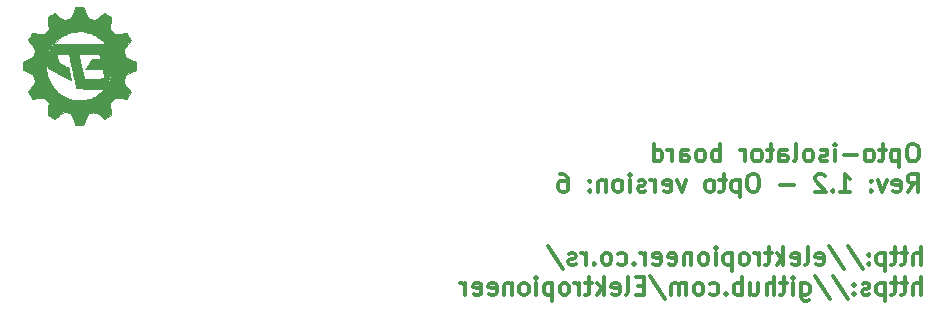
<source format=gbo>
G04 #@! TF.FileFunction,Legend,Bot*
%FSLAX46Y46*%
G04 Gerber Fmt 4.6, Leading zero omitted, Abs format (unit mm)*
G04 Created by KiCad (PCBNEW 4.0.6+dfsg1-1) date Mon Feb 26 20:00:46 2018*
%MOMM*%
%LPD*%
G01*
G04 APERTURE LIST*
%ADD10C,0.100000*%
%ADD11C,0.300000*%
%ADD12C,0.010000*%
G04 APERTURE END LIST*
D10*
D11*
X83994017Y10498189D02*
X83994017Y11998189D01*
X83351160Y10498189D02*
X83351160Y11283903D01*
X83422589Y11426760D01*
X83565446Y11498189D01*
X83779731Y11498189D01*
X83922589Y11426760D01*
X83994017Y11355331D01*
X82851160Y11498189D02*
X82279731Y11498189D01*
X82636874Y11998189D02*
X82636874Y10712474D01*
X82565446Y10569617D01*
X82422588Y10498189D01*
X82279731Y10498189D01*
X81994017Y11498189D02*
X81422588Y11498189D01*
X81779731Y11998189D02*
X81779731Y10712474D01*
X81708303Y10569617D01*
X81565445Y10498189D01*
X81422588Y10498189D01*
X80922588Y11498189D02*
X80922588Y9998189D01*
X80922588Y11426760D02*
X80779731Y11498189D01*
X80494017Y11498189D01*
X80351160Y11426760D01*
X80279731Y11355331D01*
X80208302Y11212474D01*
X80208302Y10783903D01*
X80279731Y10641046D01*
X80351160Y10569617D01*
X80494017Y10498189D01*
X80779731Y10498189D01*
X80922588Y10569617D01*
X79565445Y10641046D02*
X79494017Y10569617D01*
X79565445Y10498189D01*
X79636874Y10569617D01*
X79565445Y10641046D01*
X79565445Y10498189D01*
X79565445Y11426760D02*
X79494017Y11355331D01*
X79565445Y11283903D01*
X79636874Y11355331D01*
X79565445Y11426760D01*
X79565445Y11283903D01*
X77779731Y12069617D02*
X79065445Y10141046D01*
X76208302Y12069617D02*
X77494016Y10141046D01*
X75136873Y10569617D02*
X75279730Y10498189D01*
X75565444Y10498189D01*
X75708301Y10569617D01*
X75779730Y10712474D01*
X75779730Y11283903D01*
X75708301Y11426760D01*
X75565444Y11498189D01*
X75279730Y11498189D01*
X75136873Y11426760D01*
X75065444Y11283903D01*
X75065444Y11141046D01*
X75779730Y10998189D01*
X74208301Y10498189D02*
X74351159Y10569617D01*
X74422587Y10712474D01*
X74422587Y11998189D01*
X73065445Y10569617D02*
X73208302Y10498189D01*
X73494016Y10498189D01*
X73636873Y10569617D01*
X73708302Y10712474D01*
X73708302Y11283903D01*
X73636873Y11426760D01*
X73494016Y11498189D01*
X73208302Y11498189D01*
X73065445Y11426760D01*
X72994016Y11283903D01*
X72994016Y11141046D01*
X73708302Y10998189D01*
X72351159Y10498189D02*
X72351159Y11998189D01*
X72208302Y11069617D02*
X71779731Y10498189D01*
X71779731Y11498189D02*
X72351159Y10926760D01*
X71351159Y11498189D02*
X70779730Y11498189D01*
X71136873Y11998189D02*
X71136873Y10712474D01*
X71065445Y10569617D01*
X70922587Y10498189D01*
X70779730Y10498189D01*
X70279730Y10498189D02*
X70279730Y11498189D01*
X70279730Y11212474D02*
X70208302Y11355331D01*
X70136873Y11426760D01*
X69994016Y11498189D01*
X69851159Y11498189D01*
X69136873Y10498189D02*
X69279731Y10569617D01*
X69351159Y10641046D01*
X69422588Y10783903D01*
X69422588Y11212474D01*
X69351159Y11355331D01*
X69279731Y11426760D01*
X69136873Y11498189D01*
X68922588Y11498189D01*
X68779731Y11426760D01*
X68708302Y11355331D01*
X68636873Y11212474D01*
X68636873Y10783903D01*
X68708302Y10641046D01*
X68779731Y10569617D01*
X68922588Y10498189D01*
X69136873Y10498189D01*
X67994016Y11498189D02*
X67994016Y9998189D01*
X67994016Y11426760D02*
X67851159Y11498189D01*
X67565445Y11498189D01*
X67422588Y11426760D01*
X67351159Y11355331D01*
X67279730Y11212474D01*
X67279730Y10783903D01*
X67351159Y10641046D01*
X67422588Y10569617D01*
X67565445Y10498189D01*
X67851159Y10498189D01*
X67994016Y10569617D01*
X66636873Y10498189D02*
X66636873Y11498189D01*
X66636873Y11998189D02*
X66708302Y11926760D01*
X66636873Y11855331D01*
X66565445Y11926760D01*
X66636873Y11998189D01*
X66636873Y11855331D01*
X65708301Y10498189D02*
X65851159Y10569617D01*
X65922587Y10641046D01*
X65994016Y10783903D01*
X65994016Y11212474D01*
X65922587Y11355331D01*
X65851159Y11426760D01*
X65708301Y11498189D01*
X65494016Y11498189D01*
X65351159Y11426760D01*
X65279730Y11355331D01*
X65208301Y11212474D01*
X65208301Y10783903D01*
X65279730Y10641046D01*
X65351159Y10569617D01*
X65494016Y10498189D01*
X65708301Y10498189D01*
X64565444Y11498189D02*
X64565444Y10498189D01*
X64565444Y11355331D02*
X64494016Y11426760D01*
X64351158Y11498189D01*
X64136873Y11498189D01*
X63994016Y11426760D01*
X63922587Y11283903D01*
X63922587Y10498189D01*
X62636873Y10569617D02*
X62779730Y10498189D01*
X63065444Y10498189D01*
X63208301Y10569617D01*
X63279730Y10712474D01*
X63279730Y11283903D01*
X63208301Y11426760D01*
X63065444Y11498189D01*
X62779730Y11498189D01*
X62636873Y11426760D01*
X62565444Y11283903D01*
X62565444Y11141046D01*
X63279730Y10998189D01*
X61351159Y10569617D02*
X61494016Y10498189D01*
X61779730Y10498189D01*
X61922587Y10569617D01*
X61994016Y10712474D01*
X61994016Y11283903D01*
X61922587Y11426760D01*
X61779730Y11498189D01*
X61494016Y11498189D01*
X61351159Y11426760D01*
X61279730Y11283903D01*
X61279730Y11141046D01*
X61994016Y10998189D01*
X60636873Y10498189D02*
X60636873Y11498189D01*
X60636873Y11212474D02*
X60565445Y11355331D01*
X60494016Y11426760D01*
X60351159Y11498189D01*
X60208302Y11498189D01*
X59708302Y10641046D02*
X59636874Y10569617D01*
X59708302Y10498189D01*
X59779731Y10569617D01*
X59708302Y10641046D01*
X59708302Y10498189D01*
X58351159Y10569617D02*
X58494016Y10498189D01*
X58779730Y10498189D01*
X58922588Y10569617D01*
X58994016Y10641046D01*
X59065445Y10783903D01*
X59065445Y11212474D01*
X58994016Y11355331D01*
X58922588Y11426760D01*
X58779730Y11498189D01*
X58494016Y11498189D01*
X58351159Y11426760D01*
X57494016Y10498189D02*
X57636874Y10569617D01*
X57708302Y10641046D01*
X57779731Y10783903D01*
X57779731Y11212474D01*
X57708302Y11355331D01*
X57636874Y11426760D01*
X57494016Y11498189D01*
X57279731Y11498189D01*
X57136874Y11426760D01*
X57065445Y11355331D01*
X56994016Y11212474D01*
X56994016Y10783903D01*
X57065445Y10641046D01*
X57136874Y10569617D01*
X57279731Y10498189D01*
X57494016Y10498189D01*
X56351159Y10641046D02*
X56279731Y10569617D01*
X56351159Y10498189D01*
X56422588Y10569617D01*
X56351159Y10641046D01*
X56351159Y10498189D01*
X55636873Y10498189D02*
X55636873Y11498189D01*
X55636873Y11212474D02*
X55565445Y11355331D01*
X55494016Y11426760D01*
X55351159Y11498189D01*
X55208302Y11498189D01*
X54779731Y10569617D02*
X54636874Y10498189D01*
X54351159Y10498189D01*
X54208302Y10569617D01*
X54136874Y10712474D01*
X54136874Y10783903D01*
X54208302Y10926760D01*
X54351159Y10998189D01*
X54565445Y10998189D01*
X54708302Y11069617D01*
X54779731Y11212474D01*
X54779731Y11283903D01*
X54708302Y11426760D01*
X54565445Y11498189D01*
X54351159Y11498189D01*
X54208302Y11426760D01*
X52422588Y12069617D02*
X53708302Y10141046D01*
X83994017Y7948189D02*
X83994017Y9448189D01*
X83351160Y7948189D02*
X83351160Y8733903D01*
X83422589Y8876760D01*
X83565446Y8948189D01*
X83779731Y8948189D01*
X83922589Y8876760D01*
X83994017Y8805331D01*
X82851160Y8948189D02*
X82279731Y8948189D01*
X82636874Y9448189D02*
X82636874Y8162474D01*
X82565446Y8019617D01*
X82422588Y7948189D01*
X82279731Y7948189D01*
X81994017Y8948189D02*
X81422588Y8948189D01*
X81779731Y9448189D02*
X81779731Y8162474D01*
X81708303Y8019617D01*
X81565445Y7948189D01*
X81422588Y7948189D01*
X80922588Y8948189D02*
X80922588Y7448189D01*
X80922588Y8876760D02*
X80779731Y8948189D01*
X80494017Y8948189D01*
X80351160Y8876760D01*
X80279731Y8805331D01*
X80208302Y8662474D01*
X80208302Y8233903D01*
X80279731Y8091046D01*
X80351160Y8019617D01*
X80494017Y7948189D01*
X80779731Y7948189D01*
X80922588Y8019617D01*
X79636874Y8019617D02*
X79494017Y7948189D01*
X79208302Y7948189D01*
X79065445Y8019617D01*
X78994017Y8162474D01*
X78994017Y8233903D01*
X79065445Y8376760D01*
X79208302Y8448189D01*
X79422588Y8448189D01*
X79565445Y8519617D01*
X79636874Y8662474D01*
X79636874Y8733903D01*
X79565445Y8876760D01*
X79422588Y8948189D01*
X79208302Y8948189D01*
X79065445Y8876760D01*
X78351159Y8091046D02*
X78279731Y8019617D01*
X78351159Y7948189D01*
X78422588Y8019617D01*
X78351159Y8091046D01*
X78351159Y7948189D01*
X78351159Y8876760D02*
X78279731Y8805331D01*
X78351159Y8733903D01*
X78422588Y8805331D01*
X78351159Y8876760D01*
X78351159Y8733903D01*
X76565445Y9519617D02*
X77851159Y7591046D01*
X74994016Y9519617D02*
X76279730Y7591046D01*
X73851158Y8948189D02*
X73851158Y7733903D01*
X73922587Y7591046D01*
X73994015Y7519617D01*
X74136872Y7448189D01*
X74351158Y7448189D01*
X74494015Y7519617D01*
X73851158Y8019617D02*
X73994015Y7948189D01*
X74279729Y7948189D01*
X74422587Y8019617D01*
X74494015Y8091046D01*
X74565444Y8233903D01*
X74565444Y8662474D01*
X74494015Y8805331D01*
X74422587Y8876760D01*
X74279729Y8948189D01*
X73994015Y8948189D01*
X73851158Y8876760D01*
X73136872Y7948189D02*
X73136872Y8948189D01*
X73136872Y9448189D02*
X73208301Y9376760D01*
X73136872Y9305331D01*
X73065444Y9376760D01*
X73136872Y9448189D01*
X73136872Y9305331D01*
X72636872Y8948189D02*
X72065443Y8948189D01*
X72422586Y9448189D02*
X72422586Y8162474D01*
X72351158Y8019617D01*
X72208300Y7948189D01*
X72065443Y7948189D01*
X71565443Y7948189D02*
X71565443Y9448189D01*
X70922586Y7948189D02*
X70922586Y8733903D01*
X70994015Y8876760D01*
X71136872Y8948189D01*
X71351157Y8948189D01*
X71494015Y8876760D01*
X71565443Y8805331D01*
X69565443Y8948189D02*
X69565443Y7948189D01*
X70208300Y8948189D02*
X70208300Y8162474D01*
X70136872Y8019617D01*
X69994014Y7948189D01*
X69779729Y7948189D01*
X69636872Y8019617D01*
X69565443Y8091046D01*
X68851157Y7948189D02*
X68851157Y9448189D01*
X68851157Y8876760D02*
X68708300Y8948189D01*
X68422586Y8948189D01*
X68279729Y8876760D01*
X68208300Y8805331D01*
X68136871Y8662474D01*
X68136871Y8233903D01*
X68208300Y8091046D01*
X68279729Y8019617D01*
X68422586Y7948189D01*
X68708300Y7948189D01*
X68851157Y8019617D01*
X67494014Y8091046D02*
X67422586Y8019617D01*
X67494014Y7948189D01*
X67565443Y8019617D01*
X67494014Y8091046D01*
X67494014Y7948189D01*
X66136871Y8019617D02*
X66279728Y7948189D01*
X66565442Y7948189D01*
X66708300Y8019617D01*
X66779728Y8091046D01*
X66851157Y8233903D01*
X66851157Y8662474D01*
X66779728Y8805331D01*
X66708300Y8876760D01*
X66565442Y8948189D01*
X66279728Y8948189D01*
X66136871Y8876760D01*
X65279728Y7948189D02*
X65422586Y8019617D01*
X65494014Y8091046D01*
X65565443Y8233903D01*
X65565443Y8662474D01*
X65494014Y8805331D01*
X65422586Y8876760D01*
X65279728Y8948189D01*
X65065443Y8948189D01*
X64922586Y8876760D01*
X64851157Y8805331D01*
X64779728Y8662474D01*
X64779728Y8233903D01*
X64851157Y8091046D01*
X64922586Y8019617D01*
X65065443Y7948189D01*
X65279728Y7948189D01*
X64136871Y7948189D02*
X64136871Y8948189D01*
X64136871Y8805331D02*
X64065443Y8876760D01*
X63922585Y8948189D01*
X63708300Y8948189D01*
X63565443Y8876760D01*
X63494014Y8733903D01*
X63494014Y7948189D01*
X63494014Y8733903D02*
X63422585Y8876760D01*
X63279728Y8948189D01*
X63065443Y8948189D01*
X62922585Y8876760D01*
X62851157Y8733903D01*
X62851157Y7948189D01*
X61065443Y9519617D02*
X62351157Y7591046D01*
X60565442Y8733903D02*
X60065442Y8733903D01*
X59851156Y7948189D02*
X60565442Y7948189D01*
X60565442Y9448189D01*
X59851156Y9448189D01*
X58994013Y7948189D02*
X59136871Y8019617D01*
X59208299Y8162474D01*
X59208299Y9448189D01*
X57851157Y8019617D02*
X57994014Y7948189D01*
X58279728Y7948189D01*
X58422585Y8019617D01*
X58494014Y8162474D01*
X58494014Y8733903D01*
X58422585Y8876760D01*
X58279728Y8948189D01*
X57994014Y8948189D01*
X57851157Y8876760D01*
X57779728Y8733903D01*
X57779728Y8591046D01*
X58494014Y8448189D01*
X57136871Y7948189D02*
X57136871Y9448189D01*
X56994014Y8519617D02*
X56565443Y7948189D01*
X56565443Y8948189D02*
X57136871Y8376760D01*
X56136871Y8948189D02*
X55565442Y8948189D01*
X55922585Y9448189D02*
X55922585Y8162474D01*
X55851157Y8019617D01*
X55708299Y7948189D01*
X55565442Y7948189D01*
X55065442Y7948189D02*
X55065442Y8948189D01*
X55065442Y8662474D02*
X54994014Y8805331D01*
X54922585Y8876760D01*
X54779728Y8948189D01*
X54636871Y8948189D01*
X53922585Y7948189D02*
X54065443Y8019617D01*
X54136871Y8091046D01*
X54208300Y8233903D01*
X54208300Y8662474D01*
X54136871Y8805331D01*
X54065443Y8876760D01*
X53922585Y8948189D01*
X53708300Y8948189D01*
X53565443Y8876760D01*
X53494014Y8805331D01*
X53422585Y8662474D01*
X53422585Y8233903D01*
X53494014Y8091046D01*
X53565443Y8019617D01*
X53708300Y7948189D01*
X53922585Y7948189D01*
X52779728Y8948189D02*
X52779728Y7448189D01*
X52779728Y8876760D02*
X52636871Y8948189D01*
X52351157Y8948189D01*
X52208300Y8876760D01*
X52136871Y8805331D01*
X52065442Y8662474D01*
X52065442Y8233903D01*
X52136871Y8091046D01*
X52208300Y8019617D01*
X52351157Y7948189D01*
X52636871Y7948189D01*
X52779728Y8019617D01*
X51422585Y7948189D02*
X51422585Y8948189D01*
X51422585Y9448189D02*
X51494014Y9376760D01*
X51422585Y9305331D01*
X51351157Y9376760D01*
X51422585Y9448189D01*
X51422585Y9305331D01*
X50494013Y7948189D02*
X50636871Y8019617D01*
X50708299Y8091046D01*
X50779728Y8233903D01*
X50779728Y8662474D01*
X50708299Y8805331D01*
X50636871Y8876760D01*
X50494013Y8948189D01*
X50279728Y8948189D01*
X50136871Y8876760D01*
X50065442Y8805331D01*
X49994013Y8662474D01*
X49994013Y8233903D01*
X50065442Y8091046D01*
X50136871Y8019617D01*
X50279728Y7948189D01*
X50494013Y7948189D01*
X49351156Y8948189D02*
X49351156Y7948189D01*
X49351156Y8805331D02*
X49279728Y8876760D01*
X49136870Y8948189D01*
X48922585Y8948189D01*
X48779728Y8876760D01*
X48708299Y8733903D01*
X48708299Y7948189D01*
X47422585Y8019617D02*
X47565442Y7948189D01*
X47851156Y7948189D01*
X47994013Y8019617D01*
X48065442Y8162474D01*
X48065442Y8733903D01*
X47994013Y8876760D01*
X47851156Y8948189D01*
X47565442Y8948189D01*
X47422585Y8876760D01*
X47351156Y8733903D01*
X47351156Y8591046D01*
X48065442Y8448189D01*
X46136871Y8019617D02*
X46279728Y7948189D01*
X46565442Y7948189D01*
X46708299Y8019617D01*
X46779728Y8162474D01*
X46779728Y8733903D01*
X46708299Y8876760D01*
X46565442Y8948189D01*
X46279728Y8948189D01*
X46136871Y8876760D01*
X46065442Y8733903D01*
X46065442Y8591046D01*
X46779728Y8448189D01*
X45422585Y7948189D02*
X45422585Y8948189D01*
X45422585Y8662474D02*
X45351157Y8805331D01*
X45279728Y8876760D01*
X45136871Y8948189D01*
X44994014Y8948189D01*
X83441303Y20750189D02*
X83155589Y20750189D01*
X83012731Y20678760D01*
X82869874Y20535903D01*
X82798446Y20250189D01*
X82798446Y19750189D01*
X82869874Y19464474D01*
X83012731Y19321617D01*
X83155589Y19250189D01*
X83441303Y19250189D01*
X83584160Y19321617D01*
X83727017Y19464474D01*
X83798446Y19750189D01*
X83798446Y20250189D01*
X83727017Y20535903D01*
X83584160Y20678760D01*
X83441303Y20750189D01*
X82155588Y20250189D02*
X82155588Y18750189D01*
X82155588Y20178760D02*
X82012731Y20250189D01*
X81727017Y20250189D01*
X81584160Y20178760D01*
X81512731Y20107331D01*
X81441302Y19964474D01*
X81441302Y19535903D01*
X81512731Y19393046D01*
X81584160Y19321617D01*
X81727017Y19250189D01*
X82012731Y19250189D01*
X82155588Y19321617D01*
X81012731Y20250189D02*
X80441302Y20250189D01*
X80798445Y20750189D02*
X80798445Y19464474D01*
X80727017Y19321617D01*
X80584159Y19250189D01*
X80441302Y19250189D01*
X79727016Y19250189D02*
X79869874Y19321617D01*
X79941302Y19393046D01*
X80012731Y19535903D01*
X80012731Y19964474D01*
X79941302Y20107331D01*
X79869874Y20178760D01*
X79727016Y20250189D01*
X79512731Y20250189D01*
X79369874Y20178760D01*
X79298445Y20107331D01*
X79227016Y19964474D01*
X79227016Y19535903D01*
X79298445Y19393046D01*
X79369874Y19321617D01*
X79512731Y19250189D01*
X79727016Y19250189D01*
X78584159Y19821617D02*
X77441302Y19821617D01*
X76727016Y19250189D02*
X76727016Y20250189D01*
X76727016Y20750189D02*
X76798445Y20678760D01*
X76727016Y20607331D01*
X76655588Y20678760D01*
X76727016Y20750189D01*
X76727016Y20607331D01*
X76084159Y19321617D02*
X75941302Y19250189D01*
X75655587Y19250189D01*
X75512730Y19321617D01*
X75441302Y19464474D01*
X75441302Y19535903D01*
X75512730Y19678760D01*
X75655587Y19750189D01*
X75869873Y19750189D01*
X76012730Y19821617D01*
X76084159Y19964474D01*
X76084159Y20035903D01*
X76012730Y20178760D01*
X75869873Y20250189D01*
X75655587Y20250189D01*
X75512730Y20178760D01*
X74584158Y19250189D02*
X74727016Y19321617D01*
X74798444Y19393046D01*
X74869873Y19535903D01*
X74869873Y19964474D01*
X74798444Y20107331D01*
X74727016Y20178760D01*
X74584158Y20250189D01*
X74369873Y20250189D01*
X74227016Y20178760D01*
X74155587Y20107331D01*
X74084158Y19964474D01*
X74084158Y19535903D01*
X74155587Y19393046D01*
X74227016Y19321617D01*
X74369873Y19250189D01*
X74584158Y19250189D01*
X73227015Y19250189D02*
X73369873Y19321617D01*
X73441301Y19464474D01*
X73441301Y20750189D01*
X72012730Y19250189D02*
X72012730Y20035903D01*
X72084159Y20178760D01*
X72227016Y20250189D01*
X72512730Y20250189D01*
X72655587Y20178760D01*
X72012730Y19321617D02*
X72155587Y19250189D01*
X72512730Y19250189D01*
X72655587Y19321617D01*
X72727016Y19464474D01*
X72727016Y19607331D01*
X72655587Y19750189D01*
X72512730Y19821617D01*
X72155587Y19821617D01*
X72012730Y19893046D01*
X71512730Y20250189D02*
X70941301Y20250189D01*
X71298444Y20750189D02*
X71298444Y19464474D01*
X71227016Y19321617D01*
X71084158Y19250189D01*
X70941301Y19250189D01*
X70227015Y19250189D02*
X70369873Y19321617D01*
X70441301Y19393046D01*
X70512730Y19535903D01*
X70512730Y19964474D01*
X70441301Y20107331D01*
X70369873Y20178760D01*
X70227015Y20250189D01*
X70012730Y20250189D01*
X69869873Y20178760D01*
X69798444Y20107331D01*
X69727015Y19964474D01*
X69727015Y19535903D01*
X69798444Y19393046D01*
X69869873Y19321617D01*
X70012730Y19250189D01*
X70227015Y19250189D01*
X69084158Y19250189D02*
X69084158Y20250189D01*
X69084158Y19964474D02*
X69012730Y20107331D01*
X68941301Y20178760D01*
X68798444Y20250189D01*
X68655587Y20250189D01*
X67012730Y19250189D02*
X67012730Y20750189D01*
X67012730Y20178760D02*
X66869873Y20250189D01*
X66584159Y20250189D01*
X66441302Y20178760D01*
X66369873Y20107331D01*
X66298444Y19964474D01*
X66298444Y19535903D01*
X66369873Y19393046D01*
X66441302Y19321617D01*
X66584159Y19250189D01*
X66869873Y19250189D01*
X67012730Y19321617D01*
X65441301Y19250189D02*
X65584159Y19321617D01*
X65655587Y19393046D01*
X65727016Y19535903D01*
X65727016Y19964474D01*
X65655587Y20107331D01*
X65584159Y20178760D01*
X65441301Y20250189D01*
X65227016Y20250189D01*
X65084159Y20178760D01*
X65012730Y20107331D01*
X64941301Y19964474D01*
X64941301Y19535903D01*
X65012730Y19393046D01*
X65084159Y19321617D01*
X65227016Y19250189D01*
X65441301Y19250189D01*
X63655587Y19250189D02*
X63655587Y20035903D01*
X63727016Y20178760D01*
X63869873Y20250189D01*
X64155587Y20250189D01*
X64298444Y20178760D01*
X63655587Y19321617D02*
X63798444Y19250189D01*
X64155587Y19250189D01*
X64298444Y19321617D01*
X64369873Y19464474D01*
X64369873Y19607331D01*
X64298444Y19750189D01*
X64155587Y19821617D01*
X63798444Y19821617D01*
X63655587Y19893046D01*
X62941301Y19250189D02*
X62941301Y20250189D01*
X62941301Y19964474D02*
X62869873Y20107331D01*
X62798444Y20178760D01*
X62655587Y20250189D01*
X62512730Y20250189D01*
X61369873Y19250189D02*
X61369873Y20750189D01*
X61369873Y19321617D02*
X61512730Y19250189D01*
X61798444Y19250189D01*
X61941302Y19321617D01*
X62012730Y19393046D01*
X62084159Y19535903D01*
X62084159Y19964474D01*
X62012730Y20107331D01*
X61941302Y20178760D01*
X61798444Y20250189D01*
X61512730Y20250189D01*
X61369873Y20178760D01*
X82869874Y16700189D02*
X83369874Y17414474D01*
X83727017Y16700189D02*
X83727017Y18200189D01*
X83155589Y18200189D01*
X83012731Y18128760D01*
X82941303Y18057331D01*
X82869874Y17914474D01*
X82869874Y17700189D01*
X82941303Y17557331D01*
X83012731Y17485903D01*
X83155589Y17414474D01*
X83727017Y17414474D01*
X81655589Y16771617D02*
X81798446Y16700189D01*
X82084160Y16700189D01*
X82227017Y16771617D01*
X82298446Y16914474D01*
X82298446Y17485903D01*
X82227017Y17628760D01*
X82084160Y17700189D01*
X81798446Y17700189D01*
X81655589Y17628760D01*
X81584160Y17485903D01*
X81584160Y17343046D01*
X82298446Y17200189D01*
X81084160Y17700189D02*
X80727017Y16700189D01*
X80369875Y17700189D01*
X79798446Y16843046D02*
X79727018Y16771617D01*
X79798446Y16700189D01*
X79869875Y16771617D01*
X79798446Y16843046D01*
X79798446Y16700189D01*
X79798446Y17628760D02*
X79727018Y17557331D01*
X79798446Y17485903D01*
X79869875Y17557331D01*
X79798446Y17628760D01*
X79798446Y17485903D01*
X77155589Y16700189D02*
X78012732Y16700189D01*
X77584160Y16700189D02*
X77584160Y18200189D01*
X77727017Y17985903D01*
X77869875Y17843046D01*
X78012732Y17771617D01*
X76512732Y16843046D02*
X76441304Y16771617D01*
X76512732Y16700189D01*
X76584161Y16771617D01*
X76512732Y16843046D01*
X76512732Y16700189D01*
X75869875Y18057331D02*
X75798446Y18128760D01*
X75655589Y18200189D01*
X75298446Y18200189D01*
X75155589Y18128760D01*
X75084160Y18057331D01*
X75012732Y17914474D01*
X75012732Y17771617D01*
X75084160Y17557331D01*
X75941303Y16700189D01*
X75012732Y16700189D01*
X73227018Y17271617D02*
X72084161Y17271617D01*
X69941304Y18200189D02*
X69655590Y18200189D01*
X69512732Y18128760D01*
X69369875Y17985903D01*
X69298447Y17700189D01*
X69298447Y17200189D01*
X69369875Y16914474D01*
X69512732Y16771617D01*
X69655590Y16700189D01*
X69941304Y16700189D01*
X70084161Y16771617D01*
X70227018Y16914474D01*
X70298447Y17200189D01*
X70298447Y17700189D01*
X70227018Y17985903D01*
X70084161Y18128760D01*
X69941304Y18200189D01*
X68655589Y17700189D02*
X68655589Y16200189D01*
X68655589Y17628760D02*
X68512732Y17700189D01*
X68227018Y17700189D01*
X68084161Y17628760D01*
X68012732Y17557331D01*
X67941303Y17414474D01*
X67941303Y16985903D01*
X68012732Y16843046D01*
X68084161Y16771617D01*
X68227018Y16700189D01*
X68512732Y16700189D01*
X68655589Y16771617D01*
X67512732Y17700189D02*
X66941303Y17700189D01*
X67298446Y18200189D02*
X67298446Y16914474D01*
X67227018Y16771617D01*
X67084160Y16700189D01*
X66941303Y16700189D01*
X66227017Y16700189D02*
X66369875Y16771617D01*
X66441303Y16843046D01*
X66512732Y16985903D01*
X66512732Y17414474D01*
X66441303Y17557331D01*
X66369875Y17628760D01*
X66227017Y17700189D01*
X66012732Y17700189D01*
X65869875Y17628760D01*
X65798446Y17557331D01*
X65727017Y17414474D01*
X65727017Y16985903D01*
X65798446Y16843046D01*
X65869875Y16771617D01*
X66012732Y16700189D01*
X66227017Y16700189D01*
X64084160Y17700189D02*
X63727017Y16700189D01*
X63369875Y17700189D01*
X62227018Y16771617D02*
X62369875Y16700189D01*
X62655589Y16700189D01*
X62798446Y16771617D01*
X62869875Y16914474D01*
X62869875Y17485903D01*
X62798446Y17628760D01*
X62655589Y17700189D01*
X62369875Y17700189D01*
X62227018Y17628760D01*
X62155589Y17485903D01*
X62155589Y17343046D01*
X62869875Y17200189D01*
X61512732Y16700189D02*
X61512732Y17700189D01*
X61512732Y17414474D02*
X61441304Y17557331D01*
X61369875Y17628760D01*
X61227018Y17700189D01*
X61084161Y17700189D01*
X60655590Y16771617D02*
X60512733Y16700189D01*
X60227018Y16700189D01*
X60084161Y16771617D01*
X60012733Y16914474D01*
X60012733Y16985903D01*
X60084161Y17128760D01*
X60227018Y17200189D01*
X60441304Y17200189D01*
X60584161Y17271617D01*
X60655590Y17414474D01*
X60655590Y17485903D01*
X60584161Y17628760D01*
X60441304Y17700189D01*
X60227018Y17700189D01*
X60084161Y17628760D01*
X59369875Y16700189D02*
X59369875Y17700189D01*
X59369875Y18200189D02*
X59441304Y18128760D01*
X59369875Y18057331D01*
X59298447Y18128760D01*
X59369875Y18200189D01*
X59369875Y18057331D01*
X58441303Y16700189D02*
X58584161Y16771617D01*
X58655589Y16843046D01*
X58727018Y16985903D01*
X58727018Y17414474D01*
X58655589Y17557331D01*
X58584161Y17628760D01*
X58441303Y17700189D01*
X58227018Y17700189D01*
X58084161Y17628760D01*
X58012732Y17557331D01*
X57941303Y17414474D01*
X57941303Y16985903D01*
X58012732Y16843046D01*
X58084161Y16771617D01*
X58227018Y16700189D01*
X58441303Y16700189D01*
X57298446Y17700189D02*
X57298446Y16700189D01*
X57298446Y17557331D02*
X57227018Y17628760D01*
X57084160Y17700189D01*
X56869875Y17700189D01*
X56727018Y17628760D01*
X56655589Y17485903D01*
X56655589Y16700189D01*
X55941303Y16843046D02*
X55869875Y16771617D01*
X55941303Y16700189D01*
X56012732Y16771617D01*
X55941303Y16843046D01*
X55941303Y16700189D01*
X55941303Y17628760D02*
X55869875Y17557331D01*
X55941303Y17485903D01*
X56012732Y17557331D01*
X55941303Y17628760D01*
X55941303Y17485903D01*
X53441303Y18200189D02*
X53727017Y18200189D01*
X53869874Y18128760D01*
X53941303Y18057331D01*
X54084160Y17843046D01*
X54155589Y17557331D01*
X54155589Y16985903D01*
X54084160Y16843046D01*
X54012732Y16771617D01*
X53869874Y16700189D01*
X53584160Y16700189D01*
X53441303Y16771617D01*
X53369874Y16843046D01*
X53298446Y16985903D01*
X53298446Y17343046D01*
X53369874Y17485903D01*
X53441303Y17557331D01*
X53584160Y17628760D01*
X53869874Y17628760D01*
X54012732Y17557331D01*
X54084160Y17485903D01*
X54155589Y17343046D01*
D12*
G36*
X12652608Y32311352D02*
X12574938Y32310942D01*
X12507522Y32310280D01*
X12455169Y32309367D01*
X12422689Y32308203D01*
X12414281Y32307185D01*
X12407885Y32293658D01*
X12391642Y32257128D01*
X12366832Y32200532D01*
X12334733Y32126804D01*
X12296622Y32038881D01*
X12253778Y31939696D01*
X12209738Y31837437D01*
X12163570Y31730231D01*
X12120921Y31631466D01*
X12083068Y31544081D01*
X12051289Y31471017D01*
X12026864Y31415211D01*
X12011070Y31379604D01*
X12005223Y31367163D01*
X11990509Y31362044D01*
X11954342Y31352190D01*
X11902767Y31339196D01*
X11862315Y31329459D01*
X11782439Y31309240D01*
X11692046Y31284330D01*
X11607301Y31259232D01*
X11585289Y31252305D01*
X11446785Y31207912D01*
X11039380Y31513234D01*
X10932147Y31593454D01*
X10845076Y31658137D01*
X10775846Y31708804D01*
X10722139Y31746979D01*
X10681634Y31774186D01*
X10652012Y31791949D01*
X10630953Y31801791D01*
X10616138Y31805235D01*
X10605248Y31803805D01*
X10600309Y31801610D01*
X10578980Y31789488D01*
X10537537Y31765335D01*
X10480104Y31731575D01*
X10410803Y31690634D01*
X10333757Y31644939D01*
X10311429Y31631665D01*
X10054214Y31478666D01*
X10060543Y31425385D01*
X10063490Y31398666D01*
X10068906Y31347651D01*
X10076397Y31276122D01*
X10085572Y31187860D01*
X10096034Y31086645D01*
X10107392Y30976258D01*
X10114528Y30906662D01*
X10162185Y30441220D01*
X9995425Y30271662D01*
X9936578Y30211602D01*
X9881703Y30155179D01*
X9835166Y30106914D01*
X9801334Y30071330D01*
X9788451Y30057393D01*
X9748238Y30012681D01*
X9249356Y30068863D01*
X9134057Y30081717D01*
X9027980Y30093294D01*
X8934300Y30103264D01*
X8856194Y30111301D01*
X8796835Y30117078D01*
X8759400Y30120268D01*
X8747047Y30120630D01*
X8739500Y30107592D01*
X8720151Y30073353D01*
X8690935Y30021365D01*
X8653792Y29955077D01*
X8610656Y29877941D01*
X8579911Y29822882D01*
X8416203Y29529549D01*
X8666763Y29173771D01*
X8731441Y29081865D01*
X8792961Y28994319D01*
X8848857Y28914651D01*
X8896665Y28846377D01*
X8933921Y28793015D01*
X8958160Y28758081D01*
X8962741Y28751403D01*
X9008158Y28684813D01*
X8970021Y28553847D01*
X8950072Y28481888D01*
X8927664Y28395656D01*
X8906208Y28308482D01*
X8895561Y28262819D01*
X8859238Y28102756D01*
X7934960Y27678026D01*
X7934960Y26994740D01*
X8397099Y26782062D01*
X8859238Y26569385D01*
X8895561Y26409578D01*
X8914927Y26327981D01*
X8937222Y26239582D01*
X8959026Y26157741D01*
X8970021Y26118806D01*
X9008158Y25987840D01*
X8962741Y25921250D01*
X8943158Y25892914D01*
X8909775Y25845031D01*
X8865055Y25781118D01*
X8811464Y25704692D01*
X8751466Y25619270D01*
X8687525Y25528369D01*
X8666763Y25498882D01*
X8416203Y25143104D01*
X8579911Y24849771D01*
X8625933Y24767377D01*
X8667238Y24693560D01*
X8701888Y24631770D01*
X8727947Y24585459D01*
X8743479Y24558075D01*
X8747021Y24552048D01*
X8761323Y24552552D01*
X8800488Y24555936D01*
X8861343Y24561875D01*
X8940711Y24570042D01*
X9035419Y24580111D01*
X9142291Y24591756D01*
X9249331Y24603660D01*
X9748238Y24659660D01*
X9788451Y24615105D01*
X9811961Y24589959D01*
X9850944Y24549259D01*
X9901035Y24497523D01*
X9957866Y24439269D01*
X9995425Y24400991D01*
X10162185Y24231434D01*
X10114528Y23765991D01*
X10102820Y23651894D01*
X10091769Y23544682D01*
X10081768Y23448137D01*
X10073212Y23366038D01*
X10066494Y23302169D01*
X10062007Y23260308D01*
X10060543Y23247268D01*
X10054214Y23193987D01*
X10311429Y23040989D01*
X10389900Y22994399D01*
X10461778Y22951887D01*
X10522939Y22915879D01*
X10569260Y22888800D01*
X10596617Y22873076D01*
X10600309Y22871044D01*
X10610066Y22867660D01*
X10622526Y22868349D01*
X10640010Y22874634D01*
X10664837Y22888039D01*
X10699326Y22910087D01*
X10745797Y22942301D01*
X10806569Y22986205D01*
X10883963Y23043322D01*
X10980297Y23115176D01*
X11039380Y23159419D01*
X11446785Y23464741D01*
X11585289Y23420349D01*
X11665159Y23396077D01*
X11755551Y23370636D01*
X11840301Y23348528D01*
X11862315Y23343194D01*
X11920862Y23328983D01*
X11968080Y23316836D01*
X11997921Y23308347D01*
X12005192Y23305490D01*
X12011573Y23291838D01*
X12027797Y23255187D01*
X12052586Y23198479D01*
X12084661Y23124656D01*
X12122745Y23036657D01*
X12165560Y22937423D01*
X12209416Y22835507D01*
X12255546Y22728341D01*
X12298174Y22629630D01*
X12336021Y22542314D01*
X12367805Y22469332D01*
X12392249Y22413622D01*
X12408072Y22378123D01*
X12413951Y22365798D01*
X12429307Y22363852D01*
X12468024Y22362141D01*
X12525240Y22360691D01*
X12596095Y22359524D01*
X12675728Y22358667D01*
X12759279Y22358143D01*
X12841886Y22357977D01*
X12918689Y22358195D01*
X12984827Y22358820D01*
X13035439Y22359877D01*
X13065664Y22361391D01*
X13071901Y22362465D01*
X13080037Y22376702D01*
X13097902Y22413940D01*
X13124166Y22471215D01*
X13157498Y22545560D01*
X13196569Y22634013D01*
X13240050Y22733607D01*
X13283947Y22835187D01*
X13330116Y22942396D01*
X13372767Y23041165D01*
X13410622Y23128553D01*
X13442402Y23201622D01*
X13466829Y23257432D01*
X13482626Y23293043D01*
X13488475Y23305490D01*
X13503188Y23310609D01*
X13539356Y23320463D01*
X13590930Y23333457D01*
X13631383Y23343194D01*
X13711259Y23363413D01*
X13801652Y23388323D01*
X13886397Y23413421D01*
X13908408Y23420349D01*
X14046912Y23464741D01*
X14454318Y23159419D01*
X14561550Y23079199D01*
X14648622Y23014517D01*
X14717851Y22963850D01*
X14771559Y22925674D01*
X14812064Y22898467D01*
X14841686Y22880704D01*
X14862744Y22870862D01*
X14877559Y22867418D01*
X14888449Y22868849D01*
X14893389Y22871044D01*
X14914717Y22883165D01*
X14956160Y22907318D01*
X15013594Y22941078D01*
X15082895Y22982019D01*
X15159940Y23027714D01*
X15182268Y23040989D01*
X15439483Y23193987D01*
X15433155Y23247268D01*
X15430208Y23273987D01*
X15424792Y23325002D01*
X15417300Y23396531D01*
X15408126Y23484794D01*
X15397663Y23586008D01*
X15386305Y23696395D01*
X15379169Y23765991D01*
X15331512Y24231434D01*
X15498273Y24400991D01*
X15557119Y24461052D01*
X15611995Y24517475D01*
X15658532Y24565739D01*
X15692363Y24601323D01*
X15705247Y24615261D01*
X15745460Y24659972D01*
X16244341Y24603790D01*
X16359641Y24590936D01*
X16465718Y24579360D01*
X16559397Y24569389D01*
X16637504Y24561352D01*
X16696862Y24555575D01*
X16734297Y24552385D01*
X16746651Y24552023D01*
X16754197Y24565061D01*
X16773547Y24599300D01*
X16802762Y24651288D01*
X16839906Y24717576D01*
X16883041Y24794712D01*
X16913786Y24849771D01*
X17077494Y25143104D01*
X16826934Y25498882D01*
X16762256Y25590788D01*
X16700737Y25678334D01*
X16644841Y25758002D01*
X16597033Y25826276D01*
X16559777Y25879638D01*
X16535538Y25914572D01*
X16530956Y25921250D01*
X16485539Y25987840D01*
X16523676Y26118806D01*
X16543625Y26190765D01*
X16566033Y26276997D01*
X16587489Y26364172D01*
X16598137Y26409834D01*
X16634460Y26569897D01*
X17558738Y26994627D01*
X17558738Y27336327D01*
X15569071Y27336327D01*
X15564507Y27134880D01*
X15549883Y26951447D01*
X15523805Y26777181D01*
X15484875Y26603237D01*
X15431700Y26420768D01*
X15417959Y26378627D01*
X15315202Y26112474D01*
X15188170Y25859097D01*
X15038157Y25620204D01*
X14866456Y25397505D01*
X14674358Y25192706D01*
X14463158Y25007517D01*
X14277904Y24872347D01*
X14179733Y24811456D01*
X14063683Y24747209D01*
X13938181Y24683719D01*
X13811654Y24625098D01*
X13692531Y24575459D01*
X13604762Y24543846D01*
X13471377Y24504658D01*
X13326995Y24469505D01*
X13184048Y24441155D01*
X13062879Y24423270D01*
X12981797Y24416573D01*
X12881498Y24412382D01*
X12770874Y24410699D01*
X12658817Y24411528D01*
X12554222Y24414872D01*
X12465980Y24420735D01*
X12443563Y24423039D01*
X12186917Y24464231D01*
X11940602Y24528537D01*
X11698738Y24617694D01*
X11540349Y24690180D01*
X11369709Y24779805D01*
X11216675Y24873293D01*
X11070784Y24977480D01*
X10945044Y25079163D01*
X10741965Y25269572D01*
X10558843Y25479047D01*
X10396632Y25705788D01*
X10256286Y25947993D01*
X10138760Y26203863D01*
X10045009Y26471597D01*
X9975988Y26749394D01*
X9939407Y26976123D01*
X9934291Y27032468D01*
X9929942Y27108871D01*
X9926696Y27197172D01*
X9924888Y27289208D01*
X9924626Y27336327D01*
X9929191Y27537773D01*
X9943814Y27721206D01*
X9969893Y27895472D01*
X10008822Y28069416D01*
X10061998Y28251885D01*
X10075739Y28294026D01*
X10178496Y28560179D01*
X10305527Y28813556D01*
X10455540Y29052449D01*
X10627242Y29275149D01*
X10819339Y29479947D01*
X11030539Y29665136D01*
X11215793Y29800306D01*
X11313468Y29860902D01*
X11428968Y29924885D01*
X11553907Y29988160D01*
X11679900Y30046634D01*
X11798559Y30096211D01*
X11887989Y30128493D01*
X12157269Y30201486D01*
X12430652Y30246905D01*
X12706228Y30264749D01*
X12982084Y30255020D01*
X13256311Y30217716D01*
X13526998Y30152839D01*
X13605709Y30128493D01*
X13711425Y30089787D01*
X13831655Y30038679D01*
X13958012Y29979264D01*
X14082110Y29915635D01*
X14195564Y29851887D01*
X14277904Y29800306D01*
X14503709Y29632352D01*
X14711464Y29443398D01*
X14899876Y29235150D01*
X15067654Y29009319D01*
X15213503Y28767611D01*
X15336130Y28511736D01*
X15417959Y28294026D01*
X15474454Y28108496D01*
X15516396Y27933436D01*
X15545180Y27760000D01*
X15562203Y27579341D01*
X15568859Y27382614D01*
X15569071Y27336327D01*
X17558738Y27336327D01*
X17558738Y27678026D01*
X16634460Y28102756D01*
X16598137Y28262819D01*
X16578790Y28344445D01*
X16556518Y28432848D01*
X16534729Y28514695D01*
X16523676Y28553847D01*
X16485539Y28684813D01*
X16530956Y28751403D01*
X16550539Y28779739D01*
X16583923Y28827622D01*
X16628642Y28891535D01*
X16682233Y28967961D01*
X16742232Y29053383D01*
X16806172Y29144284D01*
X16826934Y29173771D01*
X17077494Y29529549D01*
X16913786Y29822882D01*
X16867763Y29905278D01*
X16826455Y29979099D01*
X16791800Y30040893D01*
X16765735Y30087210D01*
X16750197Y30114600D01*
X16746651Y30120630D01*
X16732344Y30120128D01*
X16693175Y30116735D01*
X16632317Y30110779D01*
X16552947Y30102587D01*
X16458240Y30092486D01*
X16351370Y30080804D01*
X16244341Y30068863D01*
X15745460Y30012681D01*
X15705247Y30057393D01*
X15681735Y30082593D01*
X15642748Y30123341D01*
X15592653Y30175115D01*
X15535818Y30233394D01*
X15498273Y30271662D01*
X15331512Y30441220D01*
X15379169Y30906662D01*
X15390878Y31020759D01*
X15401929Y31127971D01*
X15411929Y31224517D01*
X15420485Y31306615D01*
X15427203Y31370485D01*
X15431690Y31412345D01*
X15433155Y31425385D01*
X15439483Y31478666D01*
X15182268Y31631665D01*
X15103797Y31678254D01*
X15031920Y31720766D01*
X14970759Y31756774D01*
X14924438Y31783853D01*
X14897080Y31799577D01*
X14893389Y31801610D01*
X14883632Y31804993D01*
X14871171Y31804304D01*
X14853687Y31798019D01*
X14828861Y31784614D01*
X14794372Y31762567D01*
X14747901Y31730352D01*
X14687128Y31686448D01*
X14609734Y31629331D01*
X14513400Y31557477D01*
X14454318Y31513234D01*
X14046912Y31207912D01*
X13908408Y31252305D01*
X13828539Y31276576D01*
X13738146Y31302017D01*
X13653397Y31324125D01*
X13631383Y31329459D01*
X13572831Y31343670D01*
X13525605Y31355818D01*
X13495753Y31364307D01*
X13488475Y31367163D01*
X13482084Y31380814D01*
X13465844Y31417462D01*
X13441035Y31474167D01*
X13408934Y31547990D01*
X13370820Y31635991D01*
X13327972Y31735230D01*
X13283960Y31837437D01*
X13237796Y31944618D01*
X13195148Y32043334D01*
X13157294Y32130650D01*
X13125512Y32203631D01*
X13101080Y32259340D01*
X13085276Y32294844D01*
X13079416Y32307185D01*
X13064632Y32308534D01*
X13026436Y32309633D01*
X12969638Y32310479D01*
X12899047Y32311075D01*
X12819472Y32311418D01*
X12735722Y32311511D01*
X12652608Y32311352D01*
X12652608Y32311352D01*
G37*
X12652608Y32311352D02*
X12574938Y32310942D01*
X12507522Y32310280D01*
X12455169Y32309367D01*
X12422689Y32308203D01*
X12414281Y32307185D01*
X12407885Y32293658D01*
X12391642Y32257128D01*
X12366832Y32200532D01*
X12334733Y32126804D01*
X12296622Y32038881D01*
X12253778Y31939696D01*
X12209738Y31837437D01*
X12163570Y31730231D01*
X12120921Y31631466D01*
X12083068Y31544081D01*
X12051289Y31471017D01*
X12026864Y31415211D01*
X12011070Y31379604D01*
X12005223Y31367163D01*
X11990509Y31362044D01*
X11954342Y31352190D01*
X11902767Y31339196D01*
X11862315Y31329459D01*
X11782439Y31309240D01*
X11692046Y31284330D01*
X11607301Y31259232D01*
X11585289Y31252305D01*
X11446785Y31207912D01*
X11039380Y31513234D01*
X10932147Y31593454D01*
X10845076Y31658137D01*
X10775846Y31708804D01*
X10722139Y31746979D01*
X10681634Y31774186D01*
X10652012Y31791949D01*
X10630953Y31801791D01*
X10616138Y31805235D01*
X10605248Y31803805D01*
X10600309Y31801610D01*
X10578980Y31789488D01*
X10537537Y31765335D01*
X10480104Y31731575D01*
X10410803Y31690634D01*
X10333757Y31644939D01*
X10311429Y31631665D01*
X10054214Y31478666D01*
X10060543Y31425385D01*
X10063490Y31398666D01*
X10068906Y31347651D01*
X10076397Y31276122D01*
X10085572Y31187860D01*
X10096034Y31086645D01*
X10107392Y30976258D01*
X10114528Y30906662D01*
X10162185Y30441220D01*
X9995425Y30271662D01*
X9936578Y30211602D01*
X9881703Y30155179D01*
X9835166Y30106914D01*
X9801334Y30071330D01*
X9788451Y30057393D01*
X9748238Y30012681D01*
X9249356Y30068863D01*
X9134057Y30081717D01*
X9027980Y30093294D01*
X8934300Y30103264D01*
X8856194Y30111301D01*
X8796835Y30117078D01*
X8759400Y30120268D01*
X8747047Y30120630D01*
X8739500Y30107592D01*
X8720151Y30073353D01*
X8690935Y30021365D01*
X8653792Y29955077D01*
X8610656Y29877941D01*
X8579911Y29822882D01*
X8416203Y29529549D01*
X8666763Y29173771D01*
X8731441Y29081865D01*
X8792961Y28994319D01*
X8848857Y28914651D01*
X8896665Y28846377D01*
X8933921Y28793015D01*
X8958160Y28758081D01*
X8962741Y28751403D01*
X9008158Y28684813D01*
X8970021Y28553847D01*
X8950072Y28481888D01*
X8927664Y28395656D01*
X8906208Y28308482D01*
X8895561Y28262819D01*
X8859238Y28102756D01*
X7934960Y27678026D01*
X7934960Y26994740D01*
X8397099Y26782062D01*
X8859238Y26569385D01*
X8895561Y26409578D01*
X8914927Y26327981D01*
X8937222Y26239582D01*
X8959026Y26157741D01*
X8970021Y26118806D01*
X9008158Y25987840D01*
X8962741Y25921250D01*
X8943158Y25892914D01*
X8909775Y25845031D01*
X8865055Y25781118D01*
X8811464Y25704692D01*
X8751466Y25619270D01*
X8687525Y25528369D01*
X8666763Y25498882D01*
X8416203Y25143104D01*
X8579911Y24849771D01*
X8625933Y24767377D01*
X8667238Y24693560D01*
X8701888Y24631770D01*
X8727947Y24585459D01*
X8743479Y24558075D01*
X8747021Y24552048D01*
X8761323Y24552552D01*
X8800488Y24555936D01*
X8861343Y24561875D01*
X8940711Y24570042D01*
X9035419Y24580111D01*
X9142291Y24591756D01*
X9249331Y24603660D01*
X9748238Y24659660D01*
X9788451Y24615105D01*
X9811961Y24589959D01*
X9850944Y24549259D01*
X9901035Y24497523D01*
X9957866Y24439269D01*
X9995425Y24400991D01*
X10162185Y24231434D01*
X10114528Y23765991D01*
X10102820Y23651894D01*
X10091769Y23544682D01*
X10081768Y23448137D01*
X10073212Y23366038D01*
X10066494Y23302169D01*
X10062007Y23260308D01*
X10060543Y23247268D01*
X10054214Y23193987D01*
X10311429Y23040989D01*
X10389900Y22994399D01*
X10461778Y22951887D01*
X10522939Y22915879D01*
X10569260Y22888800D01*
X10596617Y22873076D01*
X10600309Y22871044D01*
X10610066Y22867660D01*
X10622526Y22868349D01*
X10640010Y22874634D01*
X10664837Y22888039D01*
X10699326Y22910087D01*
X10745797Y22942301D01*
X10806569Y22986205D01*
X10883963Y23043322D01*
X10980297Y23115176D01*
X11039380Y23159419D01*
X11446785Y23464741D01*
X11585289Y23420349D01*
X11665159Y23396077D01*
X11755551Y23370636D01*
X11840301Y23348528D01*
X11862315Y23343194D01*
X11920862Y23328983D01*
X11968080Y23316836D01*
X11997921Y23308347D01*
X12005192Y23305490D01*
X12011573Y23291838D01*
X12027797Y23255187D01*
X12052586Y23198479D01*
X12084661Y23124656D01*
X12122745Y23036657D01*
X12165560Y22937423D01*
X12209416Y22835507D01*
X12255546Y22728341D01*
X12298174Y22629630D01*
X12336021Y22542314D01*
X12367805Y22469332D01*
X12392249Y22413622D01*
X12408072Y22378123D01*
X12413951Y22365798D01*
X12429307Y22363852D01*
X12468024Y22362141D01*
X12525240Y22360691D01*
X12596095Y22359524D01*
X12675728Y22358667D01*
X12759279Y22358143D01*
X12841886Y22357977D01*
X12918689Y22358195D01*
X12984827Y22358820D01*
X13035439Y22359877D01*
X13065664Y22361391D01*
X13071901Y22362465D01*
X13080037Y22376702D01*
X13097902Y22413940D01*
X13124166Y22471215D01*
X13157498Y22545560D01*
X13196569Y22634013D01*
X13240050Y22733607D01*
X13283947Y22835187D01*
X13330116Y22942396D01*
X13372767Y23041165D01*
X13410622Y23128553D01*
X13442402Y23201622D01*
X13466829Y23257432D01*
X13482626Y23293043D01*
X13488475Y23305490D01*
X13503188Y23310609D01*
X13539356Y23320463D01*
X13590930Y23333457D01*
X13631383Y23343194D01*
X13711259Y23363413D01*
X13801652Y23388323D01*
X13886397Y23413421D01*
X13908408Y23420349D01*
X14046912Y23464741D01*
X14454318Y23159419D01*
X14561550Y23079199D01*
X14648622Y23014517D01*
X14717851Y22963850D01*
X14771559Y22925674D01*
X14812064Y22898467D01*
X14841686Y22880704D01*
X14862744Y22870862D01*
X14877559Y22867418D01*
X14888449Y22868849D01*
X14893389Y22871044D01*
X14914717Y22883165D01*
X14956160Y22907318D01*
X15013594Y22941078D01*
X15082895Y22982019D01*
X15159940Y23027714D01*
X15182268Y23040989D01*
X15439483Y23193987D01*
X15433155Y23247268D01*
X15430208Y23273987D01*
X15424792Y23325002D01*
X15417300Y23396531D01*
X15408126Y23484794D01*
X15397663Y23586008D01*
X15386305Y23696395D01*
X15379169Y23765991D01*
X15331512Y24231434D01*
X15498273Y24400991D01*
X15557119Y24461052D01*
X15611995Y24517475D01*
X15658532Y24565739D01*
X15692363Y24601323D01*
X15705247Y24615261D01*
X15745460Y24659972D01*
X16244341Y24603790D01*
X16359641Y24590936D01*
X16465718Y24579360D01*
X16559397Y24569389D01*
X16637504Y24561352D01*
X16696862Y24555575D01*
X16734297Y24552385D01*
X16746651Y24552023D01*
X16754197Y24565061D01*
X16773547Y24599300D01*
X16802762Y24651288D01*
X16839906Y24717576D01*
X16883041Y24794712D01*
X16913786Y24849771D01*
X17077494Y25143104D01*
X16826934Y25498882D01*
X16762256Y25590788D01*
X16700737Y25678334D01*
X16644841Y25758002D01*
X16597033Y25826276D01*
X16559777Y25879638D01*
X16535538Y25914572D01*
X16530956Y25921250D01*
X16485539Y25987840D01*
X16523676Y26118806D01*
X16543625Y26190765D01*
X16566033Y26276997D01*
X16587489Y26364172D01*
X16598137Y26409834D01*
X16634460Y26569897D01*
X17558738Y26994627D01*
X17558738Y27336327D01*
X15569071Y27336327D01*
X15564507Y27134880D01*
X15549883Y26951447D01*
X15523805Y26777181D01*
X15484875Y26603237D01*
X15431700Y26420768D01*
X15417959Y26378627D01*
X15315202Y26112474D01*
X15188170Y25859097D01*
X15038157Y25620204D01*
X14866456Y25397505D01*
X14674358Y25192706D01*
X14463158Y25007517D01*
X14277904Y24872347D01*
X14179733Y24811456D01*
X14063683Y24747209D01*
X13938181Y24683719D01*
X13811654Y24625098D01*
X13692531Y24575459D01*
X13604762Y24543846D01*
X13471377Y24504658D01*
X13326995Y24469505D01*
X13184048Y24441155D01*
X13062879Y24423270D01*
X12981797Y24416573D01*
X12881498Y24412382D01*
X12770874Y24410699D01*
X12658817Y24411528D01*
X12554222Y24414872D01*
X12465980Y24420735D01*
X12443563Y24423039D01*
X12186917Y24464231D01*
X11940602Y24528537D01*
X11698738Y24617694D01*
X11540349Y24690180D01*
X11369709Y24779805D01*
X11216675Y24873293D01*
X11070784Y24977480D01*
X10945044Y25079163D01*
X10741965Y25269572D01*
X10558843Y25479047D01*
X10396632Y25705788D01*
X10256286Y25947993D01*
X10138760Y26203863D01*
X10045009Y26471597D01*
X9975988Y26749394D01*
X9939407Y26976123D01*
X9934291Y27032468D01*
X9929942Y27108871D01*
X9926696Y27197172D01*
X9924888Y27289208D01*
X9924626Y27336327D01*
X9929191Y27537773D01*
X9943814Y27721206D01*
X9969893Y27895472D01*
X10008822Y28069416D01*
X10061998Y28251885D01*
X10075739Y28294026D01*
X10178496Y28560179D01*
X10305527Y28813556D01*
X10455540Y29052449D01*
X10627242Y29275149D01*
X10819339Y29479947D01*
X11030539Y29665136D01*
X11215793Y29800306D01*
X11313468Y29860902D01*
X11428968Y29924885D01*
X11553907Y29988160D01*
X11679900Y30046634D01*
X11798559Y30096211D01*
X11887989Y30128493D01*
X12157269Y30201486D01*
X12430652Y30246905D01*
X12706228Y30264749D01*
X12982084Y30255020D01*
X13256311Y30217716D01*
X13526998Y30152839D01*
X13605709Y30128493D01*
X13711425Y30089787D01*
X13831655Y30038679D01*
X13958012Y29979264D01*
X14082110Y29915635D01*
X14195564Y29851887D01*
X14277904Y29800306D01*
X14503709Y29632352D01*
X14711464Y29443398D01*
X14899876Y29235150D01*
X15067654Y29009319D01*
X15213503Y28767611D01*
X15336130Y28511736D01*
X15417959Y28294026D01*
X15474454Y28108496D01*
X15516396Y27933436D01*
X15545180Y27760000D01*
X15562203Y27579341D01*
X15568859Y27382614D01*
X15569071Y27336327D01*
X17558738Y27336327D01*
X17558738Y27678026D01*
X16634460Y28102756D01*
X16598137Y28262819D01*
X16578790Y28344445D01*
X16556518Y28432848D01*
X16534729Y28514695D01*
X16523676Y28553847D01*
X16485539Y28684813D01*
X16530956Y28751403D01*
X16550539Y28779739D01*
X16583923Y28827622D01*
X16628642Y28891535D01*
X16682233Y28967961D01*
X16742232Y29053383D01*
X16806172Y29144284D01*
X16826934Y29173771D01*
X17077494Y29529549D01*
X16913786Y29822882D01*
X16867763Y29905278D01*
X16826455Y29979099D01*
X16791800Y30040893D01*
X16765735Y30087210D01*
X16750197Y30114600D01*
X16746651Y30120630D01*
X16732344Y30120128D01*
X16693175Y30116735D01*
X16632317Y30110779D01*
X16552947Y30102587D01*
X16458240Y30092486D01*
X16351370Y30080804D01*
X16244341Y30068863D01*
X15745460Y30012681D01*
X15705247Y30057393D01*
X15681735Y30082593D01*
X15642748Y30123341D01*
X15592653Y30175115D01*
X15535818Y30233394D01*
X15498273Y30271662D01*
X15331512Y30441220D01*
X15379169Y30906662D01*
X15390878Y31020759D01*
X15401929Y31127971D01*
X15411929Y31224517D01*
X15420485Y31306615D01*
X15427203Y31370485D01*
X15431690Y31412345D01*
X15433155Y31425385D01*
X15439483Y31478666D01*
X15182268Y31631665D01*
X15103797Y31678254D01*
X15031920Y31720766D01*
X14970759Y31756774D01*
X14924438Y31783853D01*
X14897080Y31799577D01*
X14893389Y31801610D01*
X14883632Y31804993D01*
X14871171Y31804304D01*
X14853687Y31798019D01*
X14828861Y31784614D01*
X14794372Y31762567D01*
X14747901Y31730352D01*
X14687128Y31686448D01*
X14609734Y31629331D01*
X14513400Y31557477D01*
X14454318Y31513234D01*
X14046912Y31207912D01*
X13908408Y31252305D01*
X13828539Y31276576D01*
X13738146Y31302017D01*
X13653397Y31324125D01*
X13631383Y31329459D01*
X13572831Y31343670D01*
X13525605Y31355818D01*
X13495753Y31364307D01*
X13488475Y31367163D01*
X13482084Y31380814D01*
X13465844Y31417462D01*
X13441035Y31474167D01*
X13408934Y31547990D01*
X13370820Y31635991D01*
X13327972Y31735230D01*
X13283960Y31837437D01*
X13237796Y31944618D01*
X13195148Y32043334D01*
X13157294Y32130650D01*
X13125512Y32203631D01*
X13101080Y32259340D01*
X13085276Y32294844D01*
X13079416Y32307185D01*
X13064632Y32308534D01*
X13026436Y32309633D01*
X12969638Y32310479D01*
X12899047Y32311075D01*
X12819472Y32311418D01*
X12735722Y32311511D01*
X12652608Y32311352D01*
G36*
X14023452Y23411312D02*
X14004233Y23400276D01*
X14012446Y23393590D01*
X14031793Y23392271D01*
X14051467Y23397481D01*
X14052507Y23405766D01*
X14034150Y23413453D01*
X14023452Y23411312D01*
X14023452Y23411312D01*
G37*
X14023452Y23411312D02*
X14004233Y23400276D01*
X14012446Y23393590D01*
X14031793Y23392271D01*
X14051467Y23397481D01*
X14052507Y23405766D01*
X14034150Y23413453D01*
X14023452Y23411312D01*
G36*
X13485773Y29191848D02*
X13292871Y29191555D01*
X13125315Y29191020D01*
X12981669Y29190206D01*
X12860495Y29189075D01*
X12760356Y29187590D01*
X12679813Y29185714D01*
X12617431Y29183408D01*
X12571770Y29180636D01*
X12541395Y29177359D01*
X12524867Y29173541D01*
X12520749Y29169143D01*
X12527604Y29164128D01*
X12534737Y29161364D01*
X12541022Y29146902D01*
X12552240Y29108235D01*
X12567549Y29048781D01*
X12586109Y28971961D01*
X12607079Y28881192D01*
X12629620Y28779896D01*
X12638201Y28740382D01*
X12728000Y28324104D01*
X13581955Y28320468D01*
X14435909Y28316832D01*
X14475280Y28137024D01*
X14490544Y28068233D01*
X14504121Y28008749D01*
X14514658Y27964377D01*
X14520803Y27940924D01*
X14521259Y27939577D01*
X14517580Y27933985D01*
X14500142Y27929631D01*
X14466380Y27926387D01*
X14413726Y27924127D01*
X14339612Y27922723D01*
X14241470Y27922047D01*
X14165887Y27921938D01*
X13803907Y27921938D01*
X13525850Y27502132D01*
X13461487Y27404864D01*
X13402129Y27314978D01*
X13349566Y27235198D01*
X13305587Y27168249D01*
X13271982Y27116853D01*
X13250539Y27083736D01*
X13243089Y27071743D01*
X13255842Y27069712D01*
X13294220Y27067809D01*
X13355625Y27066072D01*
X13437462Y27064538D01*
X13537132Y27063245D01*
X13652038Y27062231D01*
X13779584Y27061533D01*
X13917172Y27061190D01*
X13972389Y27061160D01*
X14135410Y27061112D01*
X14272475Y27060919D01*
X14385851Y27060505D01*
X14477802Y27059795D01*
X14550597Y27058712D01*
X14606501Y27057183D01*
X14647779Y27055130D01*
X14676699Y27052478D01*
X14695526Y27049153D01*
X14706527Y27045078D01*
X14711968Y27040178D01*
X14713612Y27036465D01*
X14718497Y27016314D01*
X14728138Y26973772D01*
X14741586Y26913225D01*
X14757890Y26839060D01*
X14776100Y26755665D01*
X14795268Y26667426D01*
X14814443Y26578730D01*
X14832675Y26493964D01*
X14849014Y26417515D01*
X14862512Y26353769D01*
X14872217Y26307114D01*
X14877181Y26281937D01*
X14877626Y26278893D01*
X14863918Y26277482D01*
X14824400Y26276152D01*
X14761486Y26274923D01*
X14677589Y26273819D01*
X14575123Y26272861D01*
X14456500Y26272072D01*
X14324133Y26271474D01*
X14180436Y26271089D01*
X14027822Y26270939D01*
X14012733Y26270938D01*
X13147840Y26270938D01*
X12859200Y25873356D01*
X12791029Y25779643D01*
X12727587Y25692786D01*
X12670904Y25615540D01*
X12623011Y25550654D01*
X12585936Y25500882D01*
X12561712Y25468976D01*
X12552870Y25458086D01*
X12537658Y25438911D01*
X12535182Y25432335D01*
X12548945Y25431094D01*
X12588845Y25429912D01*
X12652794Y25428803D01*
X12738706Y25427781D01*
X12844496Y25426861D01*
X12968076Y25426057D01*
X13107361Y25425385D01*
X13260264Y25424857D01*
X13424700Y25424490D01*
X13598581Y25424297D01*
X13692308Y25424271D01*
X14849434Y25424271D01*
X14916447Y25510145D01*
X15079886Y25742132D01*
X15220481Y25989072D01*
X15337119Y26248227D01*
X15428685Y26516860D01*
X15494065Y26792236D01*
X15525923Y27007687D01*
X15540301Y27223273D01*
X15538924Y27451187D01*
X15522284Y27680684D01*
X15490878Y27901019D01*
X15482855Y27943104D01*
X15437018Y28130310D01*
X15373882Y28324356D01*
X15296298Y28519015D01*
X15207116Y28708058D01*
X15109186Y28885258D01*
X15005361Y29044387D01*
X14938688Y29131965D01*
X14889848Y29191938D01*
X13705460Y29191938D01*
X13485773Y29191848D01*
X13485773Y29191848D01*
G37*
X13485773Y29191848D02*
X13292871Y29191555D01*
X13125315Y29191020D01*
X12981669Y29190206D01*
X12860495Y29189075D01*
X12760356Y29187590D01*
X12679813Y29185714D01*
X12617431Y29183408D01*
X12571770Y29180636D01*
X12541395Y29177359D01*
X12524867Y29173541D01*
X12520749Y29169143D01*
X12527604Y29164128D01*
X12534737Y29161364D01*
X12541022Y29146902D01*
X12552240Y29108235D01*
X12567549Y29048781D01*
X12586109Y28971961D01*
X12607079Y28881192D01*
X12629620Y28779896D01*
X12638201Y28740382D01*
X12728000Y28324104D01*
X13581955Y28320468D01*
X14435909Y28316832D01*
X14475280Y28137024D01*
X14490544Y28068233D01*
X14504121Y28008749D01*
X14514658Y27964377D01*
X14520803Y27940924D01*
X14521259Y27939577D01*
X14517580Y27933985D01*
X14500142Y27929631D01*
X14466380Y27926387D01*
X14413726Y27924127D01*
X14339612Y27922723D01*
X14241470Y27922047D01*
X14165887Y27921938D01*
X13803907Y27921938D01*
X13525850Y27502132D01*
X13461487Y27404864D01*
X13402129Y27314978D01*
X13349566Y27235198D01*
X13305587Y27168249D01*
X13271982Y27116853D01*
X13250539Y27083736D01*
X13243089Y27071743D01*
X13255842Y27069712D01*
X13294220Y27067809D01*
X13355625Y27066072D01*
X13437462Y27064538D01*
X13537132Y27063245D01*
X13652038Y27062231D01*
X13779584Y27061533D01*
X13917172Y27061190D01*
X13972389Y27061160D01*
X14135410Y27061112D01*
X14272475Y27060919D01*
X14385851Y27060505D01*
X14477802Y27059795D01*
X14550597Y27058712D01*
X14606501Y27057183D01*
X14647779Y27055130D01*
X14676699Y27052478D01*
X14695526Y27049153D01*
X14706527Y27045078D01*
X14711968Y27040178D01*
X14713612Y27036465D01*
X14718497Y27016314D01*
X14728138Y26973772D01*
X14741586Y26913225D01*
X14757890Y26839060D01*
X14776100Y26755665D01*
X14795268Y26667426D01*
X14814443Y26578730D01*
X14832675Y26493964D01*
X14849014Y26417515D01*
X14862512Y26353769D01*
X14872217Y26307114D01*
X14877181Y26281937D01*
X14877626Y26278893D01*
X14863918Y26277482D01*
X14824400Y26276152D01*
X14761486Y26274923D01*
X14677589Y26273819D01*
X14575123Y26272861D01*
X14456500Y26272072D01*
X14324133Y26271474D01*
X14180436Y26271089D01*
X14027822Y26270939D01*
X14012733Y26270938D01*
X13147840Y26270938D01*
X12859200Y25873356D01*
X12791029Y25779643D01*
X12727587Y25692786D01*
X12670904Y25615540D01*
X12623011Y25550654D01*
X12585936Y25500882D01*
X12561712Y25468976D01*
X12552870Y25458086D01*
X12537658Y25438911D01*
X12535182Y25432335D01*
X12548945Y25431094D01*
X12588845Y25429912D01*
X12652794Y25428803D01*
X12738706Y25427781D01*
X12844496Y25426861D01*
X12968076Y25426057D01*
X13107361Y25425385D01*
X13260264Y25424857D01*
X13424700Y25424490D01*
X13598581Y25424297D01*
X13692308Y25424271D01*
X14849434Y25424271D01*
X14916447Y25510145D01*
X15079886Y25742132D01*
X15220481Y25989072D01*
X15337119Y26248227D01*
X15428685Y26516860D01*
X15494065Y26792236D01*
X15525923Y27007687D01*
X15540301Y27223273D01*
X15538924Y27451187D01*
X15522284Y27680684D01*
X15490878Y27901019D01*
X15482855Y27943104D01*
X15437018Y28130310D01*
X15373882Y28324356D01*
X15296298Y28519015D01*
X15207116Y28708058D01*
X15109186Y28885258D01*
X15005361Y29044387D01*
X14938688Y29131965D01*
X14889848Y29191938D01*
X13705460Y29191938D01*
X13485773Y29191848D01*
G36*
X10555010Y29131965D02*
X10446504Y28983845D01*
X10342752Y28813542D01*
X10246478Y28627023D01*
X10160412Y28430257D01*
X10087278Y28229209D01*
X10029805Y28029847D01*
X10008487Y27936049D01*
X9991149Y27837918D01*
X9982599Y27748680D01*
X9983103Y27660580D01*
X9992925Y27565867D01*
X10012330Y27456784D01*
X10027209Y27387740D01*
X10072793Y27185154D01*
X11053515Y26651930D01*
X11207112Y26568493D01*
X11353426Y26489156D01*
X11490582Y26414927D01*
X11616705Y26346815D01*
X11729921Y26285826D01*
X11828354Y26232970D01*
X11910129Y26189254D01*
X11973372Y26155686D01*
X12016208Y26133274D01*
X12036762Y26123026D01*
X12038337Y26122486D01*
X12036196Y26136353D01*
X12028799Y26174143D01*
X12016928Y26232209D01*
X12001366Y26306907D01*
X11982896Y26394589D01*
X11962301Y26491610D01*
X11940365Y26594325D01*
X11917870Y26699087D01*
X11895600Y26802250D01*
X11874337Y26900170D01*
X11854864Y26989200D01*
X11837966Y27065694D01*
X11824424Y27126006D01*
X11815022Y27166490D01*
X11810542Y27183502D01*
X11810390Y27183777D01*
X11797948Y27191096D01*
X11763779Y27210666D01*
X11710735Y27240869D01*
X11641666Y27280086D01*
X11559425Y27326695D01*
X11466862Y27379080D01*
X11391861Y27421477D01*
X11292887Y27477523D01*
X11201673Y27529410D01*
X11121153Y27575451D01*
X11054263Y27613958D01*
X11003936Y27643243D01*
X10973108Y27661619D01*
X10964582Y27667193D01*
X10958932Y27683354D01*
X10948919Y27723044D01*
X10935427Y27782061D01*
X10919340Y27856203D01*
X10901542Y27941269D01*
X10882917Y28033056D01*
X10864349Y28127364D01*
X10846723Y28219991D01*
X10836019Y28278243D01*
X10826459Y28331160D01*
X11349209Y28331160D01*
X11484953Y28331075D01*
X11595111Y28330741D01*
X11682322Y28330039D01*
X11749221Y28328851D01*
X11798447Y28327060D01*
X11832635Y28324545D01*
X11854422Y28321190D01*
X11866447Y28316875D01*
X11871345Y28311482D01*
X11871960Y28307693D01*
X11874907Y28290500D01*
X11883421Y28247994D01*
X11897014Y28182427D01*
X11915197Y28096050D01*
X11937479Y27991114D01*
X11963371Y27869872D01*
X11992385Y27734574D01*
X12024032Y27587473D01*
X12057821Y27430820D01*
X12093263Y27266866D01*
X12129871Y27097864D01*
X12167153Y26926064D01*
X12204621Y26753718D01*
X12241785Y26583078D01*
X12278157Y26416395D01*
X12313247Y26255921D01*
X12346566Y26103907D01*
X12377625Y25962606D01*
X12405933Y25834268D01*
X12431003Y25721145D01*
X12452345Y25625489D01*
X12469469Y25549552D01*
X12481886Y25495584D01*
X12489108Y25465837D01*
X12490562Y25460877D01*
X12496297Y25457094D01*
X12507732Y25463530D01*
X12526369Y25482053D01*
X12553712Y25514529D01*
X12591264Y25562823D01*
X12640527Y25628803D01*
X12703007Y25714333D01*
X12774719Y25813655D01*
X12842401Y25907545D01*
X12906757Y25996468D01*
X12965433Y26077197D01*
X13016076Y26146510D01*
X13056335Y26201182D01*
X13083855Y26237989D01*
X13092981Y26249789D01*
X13138097Y26306251D01*
X12819378Y27749094D01*
X12500658Y29191938D01*
X10603849Y29191938D01*
X10555010Y29131965D01*
X10555010Y29131965D01*
G37*
X10555010Y29131965D02*
X10446504Y28983845D01*
X10342752Y28813542D01*
X10246478Y28627023D01*
X10160412Y28430257D01*
X10087278Y28229209D01*
X10029805Y28029847D01*
X10008487Y27936049D01*
X9991149Y27837918D01*
X9982599Y27748680D01*
X9983103Y27660580D01*
X9992925Y27565867D01*
X10012330Y27456784D01*
X10027209Y27387740D01*
X10072793Y27185154D01*
X11053515Y26651930D01*
X11207112Y26568493D01*
X11353426Y26489156D01*
X11490582Y26414927D01*
X11616705Y26346815D01*
X11729921Y26285826D01*
X11828354Y26232970D01*
X11910129Y26189254D01*
X11973372Y26155686D01*
X12016208Y26133274D01*
X12036762Y26123026D01*
X12038337Y26122486D01*
X12036196Y26136353D01*
X12028799Y26174143D01*
X12016928Y26232209D01*
X12001366Y26306907D01*
X11982896Y26394589D01*
X11962301Y26491610D01*
X11940365Y26594325D01*
X11917870Y26699087D01*
X11895600Y26802250D01*
X11874337Y26900170D01*
X11854864Y26989200D01*
X11837966Y27065694D01*
X11824424Y27126006D01*
X11815022Y27166490D01*
X11810542Y27183502D01*
X11810390Y27183777D01*
X11797948Y27191096D01*
X11763779Y27210666D01*
X11710735Y27240869D01*
X11641666Y27280086D01*
X11559425Y27326695D01*
X11466862Y27379080D01*
X11391861Y27421477D01*
X11292887Y27477523D01*
X11201673Y27529410D01*
X11121153Y27575451D01*
X11054263Y27613958D01*
X11003936Y27643243D01*
X10973108Y27661619D01*
X10964582Y27667193D01*
X10958932Y27683354D01*
X10948919Y27723044D01*
X10935427Y27782061D01*
X10919340Y27856203D01*
X10901542Y27941269D01*
X10882917Y28033056D01*
X10864349Y28127364D01*
X10846723Y28219991D01*
X10836019Y28278243D01*
X10826459Y28331160D01*
X11349209Y28331160D01*
X11484953Y28331075D01*
X11595111Y28330741D01*
X11682322Y28330039D01*
X11749221Y28328851D01*
X11798447Y28327060D01*
X11832635Y28324545D01*
X11854422Y28321190D01*
X11866447Y28316875D01*
X11871345Y28311482D01*
X11871960Y28307693D01*
X11874907Y28290500D01*
X11883421Y28247994D01*
X11897014Y28182427D01*
X11915197Y28096050D01*
X11937479Y27991114D01*
X11963371Y27869872D01*
X11992385Y27734574D01*
X12024032Y27587473D01*
X12057821Y27430820D01*
X12093263Y27266866D01*
X12129871Y27097864D01*
X12167153Y26926064D01*
X12204621Y26753718D01*
X12241785Y26583078D01*
X12278157Y26416395D01*
X12313247Y26255921D01*
X12346566Y26103907D01*
X12377625Y25962606D01*
X12405933Y25834268D01*
X12431003Y25721145D01*
X12452345Y25625489D01*
X12469469Y25549552D01*
X12481886Y25495584D01*
X12489108Y25465837D01*
X12490562Y25460877D01*
X12496297Y25457094D01*
X12507732Y25463530D01*
X12526369Y25482053D01*
X12553712Y25514529D01*
X12591264Y25562823D01*
X12640527Y25628803D01*
X12703007Y25714333D01*
X12774719Y25813655D01*
X12842401Y25907545D01*
X12906757Y25996468D01*
X12965433Y26077197D01*
X13016076Y26146510D01*
X13056335Y26201182D01*
X13083855Y26237989D01*
X13092981Y26249789D01*
X13138097Y26306251D01*
X12819378Y27749094D01*
X12500658Y29191938D01*
X10603849Y29191938D01*
X10555010Y29131965D01*
M02*

</source>
